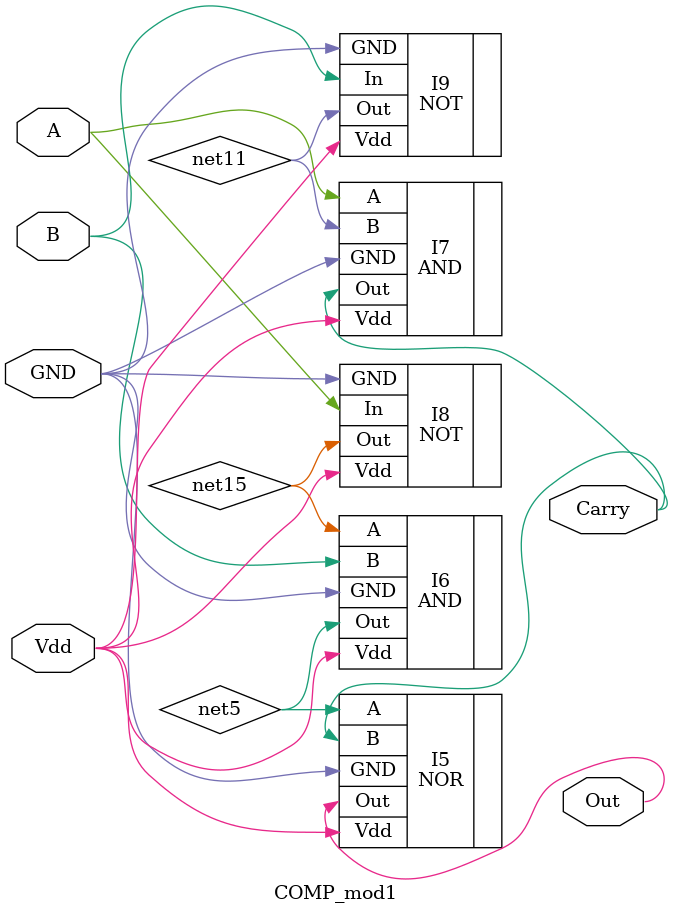
<source format=v>

module COMP_mod1 (
Out,GND,Vdd,Carry,A,B );
output  Out;
input  GND;
input  Vdd;
output  Carry;
input  A;
input  B;
wire Vdd;
wire net15;
wire net11;
wire A;
wire GND;
wire B;
wire net5;
wire Out;
wire Carry;

NOT    
 I8  ( .Vdd( Vdd ), .In( A ), .GND( GND ), .Out( net15 ) );

NOT    
 I9  ( .Vdd( Vdd ), .In( B ), .GND( GND ), .Out( net11 ) );

NOR    
 I5  ( .Vdd( Vdd ), .A( net5 ), .GND( GND ), .B( Carry ), .Out( Out ) );

AND    
 I7  ( .Vdd( Vdd ), .A( A ), .GND( GND ), .B( net11 ), .Out( Carry ) );

AND    
 I6  ( .Vdd( Vdd ), .A( net15 ), .GND( GND ), .B( B ), .Out( net5 ) );

endmodule


</source>
